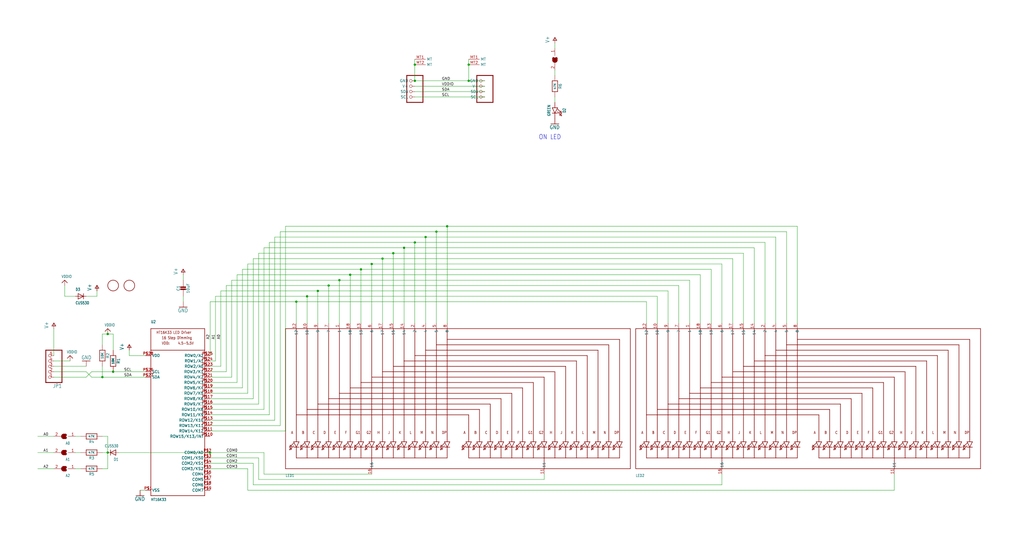
<source format=kicad_sch>
(kicad_sch (version 20230121) (generator eeschema)
  (paper "User" 482.803 257.835)
  (lib_symbols
    (symbol "working-eagle-import:CAP_CERAMIC0805-NOOUTLINE"
      (property "Reference" "C" (at -2.29 1.25 90))
      (symbol "CAP_CERAMIC0805-NOOUTLINE_1_0"
        (pin passive line (at 0 5.08 270) (length 2.54) (name "1") (number "1"))
        (pin passive line (at 0 -2.54 90) (length 2.54) (name "2") (number "2"))
      )
    )
    (symbol "working-eagle-import:DIODESOD-323F"
      (property "Reference" "D" (at -2.54 2.54 0))
      (symbol "DIODESOD-323F_1_0"
        (pin passive line (at -2.54 0 0) (length 2.54) (name "A") (number "A"))
        (pin passive line (at 2.54 0 180) (length 2.54) (name "C") (number "C"))
      )
    )
    (symbol "working-eagle-import:DISP_SEGMENT_STARBURST_DUAL_COMMONCATHODE"
      (property "Reference" "LED" (at -81.28 38.1 0))
      (symbol "DISP_SEGMENT_STARBURST_DUAL_COMMONCATHODE_1_0"
        (text "A" (at -78.74 17.78 0) (effects (font (size 1.27 1.0795)) (justify left bottom)))
        (text "A" (at 2.54 17.78 0) (effects (font (size 1.27 1.0795)) (justify left bottom)))
        (text "B" (at -73.66 17.78 0) (effects (font (size 1.27 1.0795)) (justify left bottom)))
        (text "B" (at 7.62 17.78 0) (effects (font (size 1.27 1.0795)) (justify left bottom)))
        (text "C" (at -68.58 17.78 0) (effects (font (size 1.27 1.0795)) (justify left bottom)))
        (text "C" (at 12.7 17.78 0) (effects (font (size 1.27 1.0795)) (justify left bottom)))
        (text "D" (at -63.5 17.78 0) (effects (font (size 1.27 1.0795)) (justify left bottom)))
        (text "D" (at 17.78 17.78 0) (effects (font (size 1.27 1.0795)) (justify left bottom)))
        (text "DP" (at -7.62 17.78 0) (effects (font (size 1.27 1.0795)) (justify left bottom)))
        (text "DP" (at 73.66 17.78 0) (effects (font (size 1.27 1.0795)) (justify left bottom)))
        (text "E" (at -58.42 17.78 0) (effects (font (size 1.27 1.0795)) (justify left bottom)))
        (text "E" (at 22.86 17.78 0) (effects (font (size 1.27 1.0795)) (justify left bottom)))
        (text "F" (at -53.34 17.78 0) (effects (font (size 1.27 1.0795)) (justify left bottom)))
        (text "F" (at 27.94 17.78 0) (effects (font (size 1.27 1.0795)) (justify left bottom)))
        (text "G1" (at -48.26 17.78 0) (effects (font (size 1.27 1.0795)) (justify left bottom)))
        (text "G1" (at 33.02 17.78 0) (effects (font (size 1.27 1.0795)) (justify left bottom)))
        (text "G2" (at -43.18 17.78 0) (effects (font (size 1.27 1.0795)) (justify left bottom)))
        (text "G2" (at 38.1 17.78 0) (effects (font (size 1.27 1.0795)) (justify left bottom)))
        (text "H" (at -38.1 17.78 0) (effects (font (size 1.27 1.0795)) (justify left bottom)))
        (text "H" (at 43.18 17.78 0) (effects (font (size 1.27 1.0795)) (justify left bottom)))
        (text "J" (at -33.02 17.78 0) (effects (font (size 1.27 1.0795)) (justify left bottom)))
        (text "J" (at 48.26 17.78 0) (effects (font (size 1.27 1.0795)) (justify left bottom)))
        (text "K" (at -27.94 17.78 0) (effects (font (size 1.27 1.0795)) (justify left bottom)))
        (text "K" (at 53.34 17.78 0) (effects (font (size 1.27 1.0795)) (justify left bottom)))
        (text "L" (at -22.86 17.78 0) (effects (font (size 1.27 1.0795)) (justify left bottom)))
        (text "L" (at 58.42 17.78 0) (effects (font (size 1.27 1.0795)) (justify left bottom)))
        (text "M" (at -17.78 17.78 0) (effects (font (size 1.27 1.0795)) (justify left bottom)))
        (text "M" (at 63.5 17.78 0) (effects (font (size 1.27 1.0795)) (justify left bottom)))
        (text "N" (at -12.7 17.78 0) (effects (font (size 1.27 1.0795)) (justify left bottom)))
        (text "N" (at 68.58 17.78 0) (effects (font (size 1.27 1.0795)) (justify left bottom)))
        (pin bidirectional line (at -55.88 -33.02 90) (length 2.54) (name "1") (number "1"))
        (pin bidirectional line (at -71.12 -33.02 90) (length 2.54) (name "10") (number "10"))
        (pin bidirectional line (at 40.64 38.1 270) (length 2.54) (name "11") (number "11"))
        (pin bidirectional line (at -76.2 -33.02 90) (length 2.54) (name "12") (number "12"))
        (pin bidirectional line (at -45.72 -33.02 90) (length 2.54) (name "13") (number "13"))
        (pin bidirectional line (at -25.4 -33.02 90) (length 2.54) (name "14") (number "14"))
        (pin bidirectional line (at -30.48 -33.02 90) (length 2.54) (name "15") (number "15"))
        (pin bidirectional line (at -40.64 38.1 270) (length 2.54) (name "16") (number "16"))
        (pin bidirectional line (at -35.56 -33.02 90) (length 2.54) (name "17") (number "17"))
        (pin bidirectional line (at -50.8 -33.02 90) (length 2.54) (name "18") (number "18"))
        (pin bidirectional line (at -20.32 -33.02 90) (length 2.54) (name "2") (number "2"))
        (pin bidirectional line (at -15.24 -33.02 90) (length 2.54) (name "4") (number "4"))
        (pin bidirectional line (at -10.16 -33.02 90) (length 2.54) (name "5") (number "5"))
        (pin bidirectional line (at -40.64 -33.02 90) (length 2.54) (name "6") (number "6"))
        (pin bidirectional line (at -60.96 -33.02 90) (length 2.54) (name "7") (number "7"))
        (pin bidirectional line (at -5.08 -33.02 90) (length 2.54) (name "8") (number "8"))
        (pin bidirectional line (at -66.04 -33.02 90) (length 2.54) (name "9") (number "9"))
      )
    )
    (symbol "working-eagle-import:FIDUCIAL")
    (symbol "working-eagle-import:GND" (power)
      (property "Value" "GND" (at -2.54 -2.54 0))
      (symbol "GND_1_0"
        (pin power_in line (at 0 2.54 270) (length 2.54) (name "GND") (number "1"))
      )
    )
    (symbol "working-eagle-import:HEADER-1X570MIL"
      (property "Reference" "JP" (at -6.35 8.255 0))
      (symbol "HEADER-1X570MIL_1_0"
        (pin passive inverted (at -2.54 5.08 0) (length 2.54) (name "1") (number "1"))
        (pin passive inverted (at -2.54 2.54 0) (length 2.54) (name "2") (number "2"))
        (pin passive inverted (at -2.54 0 0) (length 2.54) (name "3") (number "3"))
        (pin passive inverted (at -2.54 -2.54 0) (length 2.54) (name "4") (number "4"))
        (pin passive inverted (at -2.54 -5.08 0) (length 2.54) (name "5") (number "5"))
      )
    )
    (symbol "working-eagle-import:HT16K33_SOP28_SKINNY"
      (property "Reference" "U" (at -12.7 40.64 0))
      (symbol "HT16K33_SOP28_SKINNY_1_0"
        (text "16 Step Dimming" (at -7.62 33.02 0) (effects (font (size 1.27 1.0795)) (justify left bottom)))
        (text "4.5-5.5V" (at 0 30.48 0) (effects (font (size 1.27 1.0795)) (justify left bottom)))
        (text "HT16K33 LED Driver" (at -10.16 35.56 0) (effects (font (size 1.27 1.0795)) (justify left bottom)))
        (text "VDD:" (at -7.62 30.48 0) (effects (font (size 1.27 1.0795)) (justify left bottom)))
        (pin bidirectional line (at -15.24 -38.1 0) (length 2.54) (name "VSS") (number "P$1"))
        (pin bidirectional line (at 15.24 -12.7 180) (length 2.54) (name "ROW15/K13/INT") (number "P$10"))
        (pin bidirectional line (at 15.24 -10.16 180) (length 2.54) (name "ROW14/K12") (number "P$11"))
        (pin bidirectional line (at 15.24 -7.62 180) (length 2.54) (name "ROW13/K11") (number "P$12"))
        (pin bidirectional line (at 15.24 -5.08 180) (length 2.54) (name "ROW12/K10") (number "P$13"))
        (pin bidirectional line (at 15.24 -2.54 180) (length 2.54) (name "ROW11/K9") (number "P$14"))
        (pin bidirectional line (at 15.24 0 180) (length 2.54) (name "ROW10/K8") (number "P$15"))
        (pin bidirectional line (at 15.24 2.54 180) (length 2.54) (name "ROW9/K7") (number "P$16"))
        (pin bidirectional line (at 15.24 5.08 180) (length 2.54) (name "ROW8/K6") (number "P$17"))
        (pin bidirectional line (at 15.24 7.62 180) (length 2.54) (name "ROW7/K5") (number "P$18"))
        (pin bidirectional line (at 15.24 10.16 180) (length 2.54) (name "ROW6/K4") (number "P$19"))
        (pin bidirectional line (at 15.24 -20.32 180) (length 2.54) (name "COM0/AD") (number "P$2"))
        (pin bidirectional line (at 15.24 12.7 180) (length 2.54) (name "ROW5/K3") (number "P$20"))
        (pin bidirectional line (at 15.24 15.24 180) (length 2.54) (name "ROW4/K2") (number "P$21"))
        (pin bidirectional line (at 15.24 17.78 180) (length 2.54) (name "ROW3/K1") (number "P$22"))
        (pin bidirectional line (at 15.24 20.32 180) (length 2.54) (name "ROW2/A0") (number "P$23"))
        (pin bidirectional line (at 15.24 22.86 180) (length 2.54) (name "ROW1/A1") (number "P$24"))
        (pin bidirectional line (at 15.24 25.4 180) (length 2.54) (name "ROW0/A2") (number "P$25"))
        (pin bidirectional line (at -15.24 17.78 0) (length 2.54) (name "SCL") (number "P$26"))
        (pin bidirectional line (at -15.24 15.24 0) (length 2.54) (name "SDA") (number "P$27"))
        (pin bidirectional line (at -15.24 25.4 0) (length 2.54) (name "VDD") (number "P$28"))
        (pin bidirectional line (at 15.24 -22.86 180) (length 2.54) (name "COM1/KS0") (number "P$3"))
        (pin bidirectional line (at 15.24 -25.4 180) (length 2.54) (name "COM2/KS1") (number "P$4"))
        (pin bidirectional line (at 15.24 -27.94 180) (length 2.54) (name "COM3/KS2") (number "P$5"))
        (pin bidirectional line (at 15.24 -30.48 180) (length 2.54) (name "COM4") (number "P$6"))
        (pin bidirectional line (at 15.24 -33.02 180) (length 2.54) (name "COM5") (number "P$7"))
        (pin bidirectional line (at 15.24 -35.56 180) (length 2.54) (name "COM6") (number "P$8"))
        (pin bidirectional line (at 15.24 -38.1 180) (length 2.54) (name "COM7") (number "P$9"))
      )
    )
    (symbol "working-eagle-import:LED0603_NOOUTLINE"
      (property "Reference" "D" (at -1.27 4.445 0))
      (symbol "LED0603_NOOUTLINE_1_0"
        (pin passive line (at -5.08 0 0) (length 2.54) (name "A") (number "A"))
        (pin passive line (at 2.54 0 180) (length 2.54) (name "C") (number "C"))
      )
    )
    (symbol "working-eagle-import:RESISTOR_0603_NOOUT"
      (property "Reference" "R" (at 0 2.54 0))
      (symbol "RESISTOR_0603_NOOUT_1_0"
        (pin passive line (at -5.08 0 0) (length 2.54) (name "1") (number "1"))
        (pin passive line (at 5.08 0 180) (length 2.54) (name "2") (number "2"))
      )
    )
    (symbol "working-eagle-import:SOLDERJUMPERCLOSED"
      (property "Reference" "SJ" (at -2.54 2.54 0))
      (symbol "SOLDERJUMPERCLOSED_1_0"
        (pin passive line (at -5.08 0 0) (length 2.54) (name "1") (number "1"))
        (pin passive line (at 5.08 0 180) (length 2.54) (name "2") (number "2"))
      )
    )
    (symbol "working-eagle-import:SOLDERJUMPERREFLOW_NOPASTE"
      (property "Reference" "SJ" (at -2.54 2.54 0))
      (symbol "SOLDERJUMPERREFLOW_NOPASTE_1_0"
        (pin passive line (at -5.08 0 0) (length 2.54) (name "1") (number "1"))
        (pin passive line (at 5.08 0 180) (length 2.54) (name "2") (number "2"))
      )
    )
    (symbol "working-eagle-import:STEMMA_I2C_QTRA"
      (symbol "STEMMA_I2C_QTRA_1_0"
        (pin passive inverted (at 0 5.08 0) (length 2.54) (name "GND") (number "1"))
        (pin passive inverted (at 0 2.54 0) (length 2.54) (name "V+") (number "2"))
        (pin passive inverted (at 0 0 0) (length 2.54) (name "SDA") (number "3"))
        (pin passive inverted (at 0 -2.54 0) (length 2.54) (name "SCL") (number "4"))
      )
      (symbol "STEMMA_I2C_QTRA_2_0"
        (pin bidirectional line (at 0 0 0) (length 5.08) (name "MT") (number "MT1"))
      )
      (symbol "STEMMA_I2C_QTRA_3_0"
        (pin bidirectional line (at 0 0 0) (length 5.08) (name "MT") (number "MT2"))
      )
    )
    (symbol "working-eagle-import:V+" (power)
      (property "Value" "V+" (at -2.54 -2.54 90))
      (symbol "V+_1_0"
        (pin power_in line (at 0 -2.54 90) (length 2.54) (name "V+") (number "1"))
      )
    )
    (symbol "working-eagle-import:VDDIO" (power)
      (property "Value" "VDDIO" (at -1.524 1.016 0))
      (symbol "VDDIO_1_0"
        (pin power_in line (at 0 -2.54 90) (length 2.54) (name "VDDIO") (number "1"))
      )
    )
  )
  (junction (at 160.02 132.08))
  (junction (at 205.74 109.22))
  (junction (at 50.8 157.48))
  (junction (at 165.1 129.54))
  (junction (at 48.26 177.8))
  (junction (at 154.94 134.62))
  (junction (at 144.78 139.7))
  (junction (at 180.34 121.92))
  (junction (at 195.58 30.48))
  (junction (at 50.8 213.36))
  (junction (at 195.58 38.1))
  (junction (at 53.34 175.26))
  (junction (at 99.06 213.36))
  (junction (at 210.82 106.68))
  (junction (at 195.58 114.3))
  (junction (at 200.66 111.76))
  (junction (at 175.26 124.46))
  (junction (at 149.86 137.16))
  (junction (at 139.7 142.24))
  (junction (at 185.42 119.38))
  (junction (at 170.18 127))
  (junction (at 220.98 38.1))
  (junction (at 220.98 30.48))
  (junction (at 190.5 116.84))
  (wire (pts (xy 195.58 30.48) (xy 195.58 38.1)) (stroke (width 0.1524)))
  (wire (pts (xy 53.34 157.48) (xy 53.34 165.1)) (stroke (width 0.1524)))
  (wire (pts (xy 375.92 106.68) (xy 375.92 152.4)) (stroke (width 0.1524)))
  (wire (pts (xy 99.06 200.66) (xy 132.08 200.66)) (stroke (width 0.1524)))
  (wire (pts (xy 116.84 185.42) (xy 116.84 124.46)) (stroke (width 0.1524)))
  (wire (pts (xy 99.06 182.88) (xy 114.3 182.88)) (stroke (width 0.1524)))
  (wire (pts (xy 106.68 134.62) (xy 154.94 134.62)) (stroke (width 0.1524)))
  (wire (pts (xy 144.78 139.7) (xy 144.78 152.4)) (stroke (width 0.1524)))
  (wire (pts (xy 99.06 142.24) (xy 139.7 142.24)) (stroke (width 0.1524)))
  (wire (pts (xy 50.8 220.98) (xy 50.8 213.36)) (stroke (width 0.1524)))
  (wire (pts (xy 127 114.3) (xy 195.58 114.3)) (stroke (width 0.1524)))
  (wire (pts (xy 180.34 121.92) (xy 345.44 121.92)) (stroke (width 0.1524)))
  (wire (pts (xy 365.76 111.76) (xy 365.76 152.4)) (stroke (width 0.1524)))
  (wire (pts (xy 25.4 213.36) (xy 17.78 213.36)) (stroke (width 0.1524)))
  (wire (pts (xy 340.36 228.6) (xy 340.36 223.52)) (stroke (width 0.1524)))
  (wire (pts (xy 139.7 142.24) (xy 139.7 152.4)) (stroke (width 0.1524)))
  (wire (pts (xy 68.58 177.8) (xy 48.26 177.8)) (stroke (width 0.1524)))
  (wire (pts (xy 99.06 187.96) (xy 119.38 187.96)) (stroke (width 0.1524)))
  (wire (pts (xy 99.06 195.58) (xy 127 195.58)) (stroke (width 0.1524)))
  (wire (pts (xy 210.82 106.68) (xy 375.92 106.68)) (stroke (width 0.1524)))
  (wire (pts (xy 124.46 116.84) (xy 190.5 116.84)) (stroke (width 0.1524)))
  (wire (pts (xy 370.84 109.22) (xy 370.84 152.4)) (stroke (width 0.1524)))
  (wire (pts (xy 116.84 220.98) (xy 116.84 231.14)) (stroke (width 0.1524)))
  (wire (pts (xy 228.6 45.72) (xy 195.58 45.72)) (stroke (width 0.1524)))
  (wire (pts (xy 25.4 220.98) (xy 17.78 220.98)) (stroke (width 0.1524)))
  (wire (pts (xy 114.3 182.88) (xy 114.3 127)) (stroke (width 0.1524)))
  (wire (pts (xy 144.78 139.7) (xy 309.88 139.7)) (stroke (width 0.1524)))
  (wire (pts (xy 185.42 119.38) (xy 350.52 119.38)) (stroke (width 0.1524)))
  (wire (pts (xy 129.54 198.12) (xy 129.54 111.76)) (stroke (width 0.1524)))
  (wire (pts (xy 50.8 213.36) (xy 50.8 205.74)) (stroke (width 0.1524)))
  (wire (pts (xy 180.34 121.92) (xy 180.34 152.4)) (stroke (width 0.1524)))
  (wire (pts (xy 165.1 129.54) (xy 165.1 152.4)) (stroke (width 0.1524)))
  (wire (pts (xy 60.96 167.64) (xy 60.96 165.1)) (stroke (width 0.1524)))
  (wire (pts (xy 25.4 175.26) (xy 40.64 175.26)) (stroke (width 0.1524)))
  (wire (pts (xy 134.62 203.2) (xy 134.62 106.68)) (stroke (width 0.1524)))
  (wire (pts (xy 124.46 213.36) (xy 124.46 223.52)) (stroke (width 0.1524)))
  (wire (pts (xy 38.1 205.74) (xy 35.56 205.74)) (stroke (width 0.1524)))
  (wire (pts (xy 205.74 109.22) (xy 370.84 109.22)) (stroke (width 0.1524)))
  (wire (pts (xy 119.38 218.44) (xy 119.38 228.6)) (stroke (width 0.1524)))
  (wire (pts (xy 116.84 124.46) (xy 175.26 124.46)) (stroke (width 0.1524)))
  (wire (pts (xy 109.22 177.8) (xy 109.22 132.08)) (stroke (width 0.1524)))
  (wire (pts (xy 261.62 48.26) (xy 261.62 45.72)) (stroke (width 0.1524)))
  (wire (pts (xy 48.26 213.36) (xy 50.8 213.36)) (stroke (width 0.1524)))
  (wire (pts (xy 40.64 175.26) (xy 43.18 177.8)) (stroke (width 0.1524)))
  (wire (pts (xy 99.06 175.26) (xy 106.68 175.26)) (stroke (width 0.1524)))
  (wire (pts (xy 48.26 157.48) (xy 50.8 157.48)) (stroke (width 0.1524)))
  (wire (pts (xy 139.7 142.24) (xy 304.8 142.24)) (stroke (width 0.1524)))
  (wire (pts (xy 99.06 185.42) (xy 116.84 185.42)) (stroke (width 0.1524)))
  (wire (pts (xy 55.88 213.36) (xy 99.06 213.36)) (stroke (width 0.1524)))
  (wire (pts (xy 195.58 114.3) (xy 360.68 114.3)) (stroke (width 0.1524)))
  (wire (pts (xy 109.22 132.08) (xy 160.02 132.08)) (stroke (width 0.1524)))
  (wire (pts (xy 160.02 132.08) (xy 325.12 132.08)) (stroke (width 0.1524)))
  (wire (pts (xy 116.84 231.14) (xy 421.64 231.14)) (stroke (width 0.1524)))
  (wire (pts (xy 99.06 177.8) (xy 109.22 177.8)) (stroke (width 0.1524)))
  (wire (pts (xy 175.26 124.46) (xy 175.26 152.4)) (stroke (width 0.1524)))
  (wire (pts (xy 53.34 175.26) (xy 43.18 175.26)) (stroke (width 0.1524)))
  (wire (pts (xy 220.98 30.48) (xy 220.98 27.94)) (stroke (width 0.1524)))
  (wire (pts (xy 48.26 205.74) (xy 50.8 205.74)) (stroke (width 0.1524)))
  (wire (pts (xy 48.26 177.8) (xy 48.26 172.72)) (stroke (width 0.1524)))
  (wire (pts (xy 35.56 139.7) (xy 30.48 139.7)) (stroke (width 0.1524)))
  (wire (pts (xy 160.02 132.08) (xy 160.02 152.4)) (stroke (width 0.1524)))
  (wire (pts (xy 33.02 170.18) (xy 25.4 170.18)) (stroke (width 0.1524)))
  (wire (pts (xy 106.68 175.26) (xy 106.68 134.62)) (stroke (width 0.1524)))
  (wire (pts (xy 101.6 139.7) (xy 144.78 139.7)) (stroke (width 0.1524)))
  (wire (pts (xy 228.6 38.1) (xy 220.98 38.1)) (stroke (width 0.1524)))
  (wire (pts (xy 350.52 119.38) (xy 350.52 152.4)) (stroke (width 0.1524)))
  (wire (pts (xy 99.06 172.72) (xy 104.14 172.72)) (stroke (width 0.1524)))
  (wire (pts (xy 355.6 116.84) (xy 355.6 152.4)) (stroke (width 0.1524)))
  (wire (pts (xy 170.18 127) (xy 335.28 127)) (stroke (width 0.1524)))
  (wire (pts (xy 195.58 114.3) (xy 195.58 152.4)) (stroke (width 0.1524)))
  (wire (pts (xy 134.62 106.68) (xy 210.82 106.68)) (stroke (width 0.1524)))
  (wire (pts (xy 335.28 127) (xy 335.28 152.4)) (stroke (width 0.1524)))
  (wire (pts (xy 43.18 175.26) (xy 40.64 177.8)) (stroke (width 0.1524)))
  (wire (pts (xy 132.08 200.66) (xy 132.08 109.22)) (stroke (width 0.1524)))
  (wire (pts (xy 340.36 124.46) (xy 340.36 152.4)) (stroke (width 0.1524)))
  (wire (pts (xy 121.92 190.5) (xy 121.92 119.38)) (stroke (width 0.1524)))
  (wire (pts (xy 325.12 132.08) (xy 325.12 152.4)) (stroke (width 0.1524)))
  (wire (pts (xy 99.06 198.12) (xy 129.54 198.12)) (stroke (width 0.1524)))
  (wire (pts (xy 99.06 218.44) (xy 119.38 218.44)) (stroke (width 0.1524)))
  (wire (pts (xy 304.8 142.24) (xy 304.8 152.4)) (stroke (width 0.1524)))
  (wire (pts (xy 25.4 167.64) (xy 25.4 154.94)) (stroke (width 0.1524)))
  (wire (pts (xy 127 195.58) (xy 127 114.3)) (stroke (width 0.1524)))
  (wire (pts (xy 200.66 111.76) (xy 200.66 152.4)) (stroke (width 0.1524)))
  (wire (pts (xy 195.58 27.94) (xy 195.58 30.48)) (stroke (width 0.1524)))
  (wire (pts (xy 320.04 134.62) (xy 320.04 152.4)) (stroke (width 0.1524)))
  (wire (pts (xy 421.64 231.14) (xy 421.64 223.52)) (stroke (width 0.1524)))
  (wire (pts (xy 345.44 121.92) (xy 345.44 152.4)) (stroke (width 0.1524)))
  (wire (pts (xy 68.58 167.64) (xy 60.96 167.64)) (stroke (width 0.1524)))
  (wire (pts (xy 38.1 213.36) (xy 35.56 213.36)) (stroke (width 0.1524)))
  (wire (pts (xy 124.46 223.52) (xy 175.26 223.52)) (stroke (width 0.1524)))
  (wire (pts (xy 38.1 220.98) (xy 35.56 220.98)) (stroke (width 0.1524)))
  (wire (pts (xy 132.08 109.22) (xy 205.74 109.22)) (stroke (width 0.1524)))
  (wire (pts (xy 149.86 137.16) (xy 149.86 152.4)) (stroke (width 0.1524)))
  (wire (pts (xy 121.92 226.06) (xy 256.54 226.06)) (stroke (width 0.1524)))
  (wire (pts (xy 119.38 121.92) (xy 180.34 121.92)) (stroke (width 0.1524)))
  (wire (pts (xy 40.64 172.72) (xy 25.4 172.72)) (stroke (width 0.1524)))
  (wire (pts (xy 149.86 137.16) (xy 314.96 137.16)) (stroke (width 0.1524)))
  (wire (pts (xy 165.1 129.54) (xy 330.2 129.54)) (stroke (width 0.1524)))
  (wire (pts (xy 99.06 203.2) (xy 134.62 203.2)) (stroke (width 0.1524)))
  (wire (pts (xy 68.58 175.26) (xy 53.34 175.26)) (stroke (width 0.1524)))
  (wire (pts (xy 190.5 116.84) (xy 355.6 116.84)) (stroke (width 0.1524)))
  (wire (pts (xy 114.3 127) (xy 170.18 127)) (stroke (width 0.1524)))
  (wire (pts (xy 99.06 215.9) (xy 121.92 215.9)) (stroke (width 0.1524)))
  (wire (pts (xy 111.76 180.34) (xy 111.76 129.54)) (stroke (width 0.1524)))
  (wire (pts (xy 154.94 134.62) (xy 154.94 152.4)) (stroke (width 0.1524)))
  (wire (pts (xy 104.14 172.72) (xy 104.14 137.16)) (stroke (width 0.1524)))
  (wire (pts (xy 129.54 111.76) (xy 200.66 111.76)) (stroke (width 0.1524)))
  (wire (pts (xy 200.66 111.76) (xy 365.76 111.76)) (stroke (width 0.1524)))
  (wire (pts (xy 309.88 139.7) (xy 309.88 152.4)) (stroke (width 0.1524)))
  (wire (pts (xy 86.36 142.24) (xy 86.36 139.7)) (stroke (width 0.1524)))
  (wire (pts (xy 154.94 134.62) (xy 320.04 134.62)) (stroke (width 0.1524)))
  (wire (pts (xy 121.92 119.38) (xy 185.42 119.38)) (stroke (width 0.1524)))
  (wire (pts (xy 330.2 129.54) (xy 330.2 152.4)) (stroke (width 0.1524)))
  (wire (pts (xy 104.14 137.16) (xy 149.86 137.16)) (stroke (width 0.1524)))
  (wire (pts (xy 205.74 109.22) (xy 205.74 152.4)) (stroke (width 0.1524)))
  (wire (pts (xy 99.06 170.18) (xy 101.6 170.18)) (stroke (width 0.1524)))
  (wire (pts (xy 121.92 215.9) (xy 121.92 226.06)) (stroke (width 0.1524)))
  (wire (pts (xy 45.72 139.7) (xy 40.64 139.7)) (stroke (width 0.1524)))
  (wire (pts (xy 48.26 162.56) (xy 48.26 157.48)) (stroke (width 0.1524)))
  (wire (pts (xy 48.26 220.98) (xy 50.8 220.98)) (stroke (width 0.1524)))
  (wire (pts (xy 99.06 220.98) (xy 116.84 220.98)) (stroke (width 0.1524)))
  (wire (pts (xy 43.18 177.8) (xy 48.26 177.8)) (stroke (width 0.1524)))
  (wire (pts (xy 360.68 114.3) (xy 360.68 152.4)) (stroke (width 0.1524)))
  (wire (pts (xy 45.72 137.16) (xy 45.72 139.7)) (stroke (width 0.1524)))
  (wire (pts (xy 261.62 33.02) (xy 261.62 35.56)) (stroke (width 0.1524)))
  (wire (pts (xy 170.18 127) (xy 170.18 152.4)) (stroke (width 0.1524)))
  (wire (pts (xy 190.5 116.84) (xy 190.5 152.4)) (stroke (width 0.1524)))
  (wire (pts (xy 220.98 38.1) (xy 220.98 30.48)) (stroke (width 0.1524)))
  (wire (pts (xy 228.6 43.18) (xy 195.58 43.18)) (stroke (width 0.1524)))
  (wire (pts (xy 66.04 231.14) (xy 68.58 231.14)) (stroke (width 0.1524)))
  (wire (pts (xy 210.82 106.68) (xy 210.82 152.4)) (stroke (width 0.1524)))
  (wire (pts (xy 261.62 20.32) (xy 261.62 22.86)) (stroke (width 0.1524)))
  (wire (pts (xy 99.06 193.04) (xy 124.46 193.04)) (stroke (width 0.1524)))
  (wire (pts (xy 99.06 180.34) (xy 111.76 180.34)) (stroke (width 0.1524)))
  (wire (pts (xy 175.26 124.46) (xy 340.36 124.46)) (stroke (width 0.1524)))
  (wire (pts (xy 40.64 177.8) (xy 25.4 177.8)) (stroke (width 0.1524)))
  (wire (pts (xy 119.38 228.6) (xy 340.36 228.6)) (stroke (width 0.1524)))
  (wire (pts (xy 220.98 38.1) (xy 195.58 38.1)) (stroke (width 0.1524)))
  (wire (pts (xy 228.6 40.64) (xy 195.58 40.64)) (stroke (width 0.1524)))
  (wire (pts (xy 124.46 193.04) (xy 124.46 116.84)) (stroke (width 0.1524)))
  (wire (pts (xy 86.36 129.54) (xy 86.36 132.08)) (stroke (width 0.1524)))
  (wire (pts (xy 111.76 129.54) (xy 165.1 129.54)) (stroke (width 0.1524)))
  (wire (pts (xy 99.06 190.5) (xy 121.92 190.5)) (stroke (width 0.1524)))
  (wire (pts (xy 314.96 137.16) (xy 314.96 152.4)) (stroke (width 0.1524)))
  (wire (pts (xy 30.48 139.7) (xy 30.48 134.62)) (stroke (width 0.1524)))
  (wire (pts (xy 185.42 119.38) (xy 185.42 152.4)) (stroke (width 0.1524)))
  (wire (pts (xy 99.06 213.36) (xy 124.46 213.36)) (stroke (width 0.1524)))
  (wire (pts (xy 50.8 157.48) (xy 53.34 157.48)) (stroke (width 0.1524)))
  (wire (pts (xy 101.6 170.18) (xy 101.6 139.7)) (stroke (width 0.1524)))
  (wire (pts (xy 256.54 226.06) (xy 256.54 223.52)) (stroke (width 0.1524)))
  (wire (pts (xy 99.06 167.64) (xy 99.06 142.24)) (stroke (width 0.1524)))
  (wire (pts (xy 17.78 205.74) (xy 25.4 205.74)) (stroke (width 0.1524)))
  (wire (pts (xy 119.38 187.96) (xy 119.38 121.92)) (stroke (width 0.1524)))
  (text "ON LED" (at 254 66.04 0) (effects (font (size 2.1844 1.8567)) (justify left bottom)))
  (label "COM2" (at 106.68 218.44 0) (effects (font (size 1.2446 1.2446))))
  (label "SDA" (at 58.42 177.8 0) (effects (font (size 1.2446 1.2446))))
  (label "SDA" (at 208.28 43.18 0) (effects (font (size 1.2446 1.2446))))
  (label "A0" (at 104.14 160.02 90) (effects (font (size 1.2446 1.2446))))
  (label "A0" (at 22.86 205.74 180) (effects (font (size 1.2446 1.2446))))
  (label "A1" (at 22.86 213.36 180) (effects (font (size 1.2446 1.2446))))
  (label "SCL" (at 58.42 175.26 0) (effects (font (size 1.2446 1.2446))))
  (label "COM3" (at 106.68 220.98 0) (effects (font (size 1.2446 1.2446))))
  (label "A2" (at 22.86 220.98 180) (effects (font (size 1.2446 1.2446))))
  (label "COM0" (at 106.68 213.36 0) (effects (font (size 1.2446 1.2446))))
  (label "VDDIO" (at 208.28 40.64 0) (effects (font (size 1.2446 1.2446))))
  (label "COM1" (at 106.68 215.9 0) (effects (font (size 1.2446 1.2446))))
  (label "A2" (at 99.06 160.02 90) (effects (font (size 1.2446 1.2446))))
  (label "A1" (at 101.6 160.02 90) (effects (font (size 1.2446 1.2446))))
  (label "SCL" (at 208.28 45.72 0) (effects (font (size 1.2446 1.2446))))
  (label "GND" (at 208.28 38.1 0) (effects (font (size 1.2446 1.2446))))
  (symbol (lib_id "working-eagle-import:FIDUCIAL") (at 53.34 134.62 0) (unit 1)
    (property "Reference" "U$1" (effects hide))
    (property "Value" "FIDUCIAL" (effects hide))
    (property "Footprint" "working:FIDUCIAL_1MM" (effects hide))
  )
  (symbol (lib_id "working-eagle-import:SOLDERJUMPERCLOSED") (at 261.62 27.94 270) (unit 1)
    (property "Reference" "LEDJMP0" (effects hide))
    (property "Value" "SOLDERJUMPERCLOSED" (effects hide))
    (property "Footprint" "working:SOLDERJUMPER_CLOSEDWIRE" (effects hide))
  )
  (symbol (lib_id "working-eagle-import:SOLDERJUMPERREFLOW_NOPASTE") (at 30.48 205.74 180) (unit 1)
    (property "Reference" "A0" (at 33.02 208.28 0) (effects (font (size 1.27 1.0795)) (justify left bottom)))
    (property "Value" "SOLDERJUMPERREFLOW_NOPASTE" (effects hide))
    (property "Footprint" "working:SOLDERJUMPER_REFLOW_NOPASTE" (effects hide))
  )
  (symbol (lib_id "working-eagle-import:CAP_CERAMIC0805-NOOUTLINE") (at 86.36 137.16 0) (unit 1)
    (property "Reference" "C1" (at 84.07 135.91 90))
    (property "Value" "10uF" (at 88.66 135.91 90))
    (property "Footprint" "working:0805-NO" (effects hide))
  )
  (symbol (lib_id "working-eagle-import:STEMMA_I2C_QTRA") (at 220.98 30.48 0) (unit 3)
    (property "Reference" "CONN2" (effects hide))
    (property "Value" "STEMMA_I2C_QTRA" (effects hide))
    (property "Footprint" "working:JST_SH4_RA" (effects hide))
  )
  (symbol (lib_id "working-eagle-import:DISP_SEGMENT_STARBURST_DUAL_COMMONCATHODE") (at 381 185.42 0) (mirror x) (unit 1)
    (property "Reference" "LED2" (at 299.72 223.52 0) (effects (font (size 1.27 1.0795)) (justify left bottom)))
    (property "Value" "DISP_SEGMENT_STARBURST_DUAL_COMMONCATHODE" (effects hide))
    (property "Footprint" "working:SEGMENT_STARTBUST_DUAL_KWA-541CBB" (effects hide))
  )
  (symbol (lib_id "working-eagle-import:LED0603_NOOUTLINE") (at 261.62 53.34 270) (unit 1)
    (property "Reference" "D2" (at 266.065 52.07 0) (effects (font (size 1.27 1.0795))))
    (property "Value" "GREEN" (at 258.826 52.07 0) (effects (font (size 1.27 1.0795))))
    (property "Footprint" "working:CHIPLED_0603_NOOUTLINE" (effects hide))
  )
  (symbol (lib_id "working-eagle-import:RESISTOR_0603_NOOUT") (at 53.34 170.18 270) (unit 1)
    (property "Reference" "R1" (at 55.88 170.18 0))
    (property "Value" "10K" (at 53.34 170.18 0) (effects (font (size 1.016 1.016) bold)))
    (property "Footprint" "working:0603-NO" (effects hide))
  )
  (symbol (lib_id "working-eagle-import:V+") (at 60.96 162.56 0) (unit 1)
    (property "Reference" "#P+4" (effects hide))
    (property "Value" "V+" (at 58.42 165.1 90) (effects (font (size 1.778 1.5113)) (justify left bottom)))
  )
  (symbol (lib_id "working-eagle-import:HT16K33_SOP28_SKINNY") (at 83.82 193.04 0) (unit 1)
    (property "Reference" "U2" (at 71.12 152.4 0) (effects (font (size 1.27 1.0795)) (justify left bottom)))
    (property "Value" "HT16K33" (at 71.12 236.22 0) (effects (font (size 1.27 1.0795)) (justify left bottom)))
    (property "Footprint" "working:SOP28_300MIL_SKINNY" (effects hide))
  )
  (symbol (lib_id "working-eagle-import:STEMMA_I2C_QTRA") (at 195.58 43.18 0) (mirror y) (unit 1)
    (property "Reference" "CONN1" (effects hide))
    (property "Value" "STEMMA_I2C_QTRA" (effects hide))
    (property "Footprint" "working:JST_SH4_RA" (effects hide))
  )
  (symbol (lib_id "working-eagle-import:VDDIO") (at 30.48 132.08 0) (unit 1)
    (property "Reference" "#U$4" (effects hide))
    (property "Value" "VDDIO" (at 28.956 131.064 0) (effects (font (size 1.27 1.0795)) (justify left bottom)))
  )
  (symbol (lib_id "working-eagle-import:GND") (at 86.36 144.78 0) (unit 1)
    (property "Reference" "#GND3" (effects hide))
    (property "Value" "GND" (at 83.82 147.32 0) (effects (font (size 1.778 1.5113)) (justify left bottom)))
  )
  (symbol (lib_id "working-eagle-import:GND") (at 261.62 58.42 0) (unit 1)
    (property "Reference" "#GND6" (effects hide))
    (property "Value" "GND" (at 259.08 60.96 0) (effects (font (size 1.778 1.5113)) (justify left bottom)))
  )
  (symbol (lib_id "working-eagle-import:V+") (at 45.72 134.62 0) (unit 1)
    (property "Reference" "#P+2" (effects hide))
    (property "Value" "V+" (at 43.18 137.16 90) (effects (font (size 1.778 1.5113)) (justify left bottom)))
  )
  (symbol (lib_id "working-eagle-import:STEMMA_I2C_QTRA") (at 220.98 27.94 0) (unit 2)
    (property "Reference" "CONN2" (effects hide))
    (property "Value" "STEMMA_I2C_QTRA" (effects hide))
    (property "Footprint" "working:JST_SH4_RA" (effects hide))
  )
  (symbol (lib_id "working-eagle-import:V+") (at 25.4 152.4 0) (unit 1)
    (property "Reference" "#P+3" (effects hide))
    (property "Value" "V+" (at 22.86 154.94 90) (effects (font (size 1.778 1.5113)) (justify left bottom)))
  )
  (symbol (lib_id "working-eagle-import:VDDIO") (at 33.02 167.64 0) (unit 1)
    (property "Reference" "#U$9" (effects hide))
    (property "Value" "VDDIO" (at 31.496 166.624 0) (effects (font (size 1.27 1.0795)) (justify left bottom)))
  )
  (symbol (lib_id "working-eagle-import:DIODESOD-323F") (at 53.34 213.36 180) (unit 1)
    (property "Reference" "D1" (at 55.88 215.9 0) (effects (font (size 1.27 1.0795)) (justify left bottom)))
    (property "Value" "CUS530" (at 55.88 209.55 0) (effects (font (size 1.27 1.0795)) (justify left bottom)))
    (property "Footprint" "working:SOD-323F" (effects hide))
  )
  (symbol (lib_id "working-eagle-import:GND") (at 40.64 170.18 180) (unit 1)
    (property "Reference" "#GND2" (effects hide))
    (property "Value" "GND" (at 43.18 167.64 0) (effects (font (size 1.778 1.5113)) (justify left bottom)))
  )
  (symbol (lib_id "working-eagle-import:DISP_SEGMENT_STARBURST_DUAL_COMMONCATHODE") (at 215.9 185.42 0) (mirror x) (unit 1)
    (property "Reference" "LED1" (at 134.62 223.52 0) (effects (font (size 1.27 1.0795)) (justify left bottom)))
    (property "Value" "DISP_SEGMENT_STARBURST_DUAL_COMMONCATHODE" (effects hide))
    (property "Footprint" "working:SEGMENT_STARTBUST_DUAL_KWA-541CBB" (effects hide))
  )
  (symbol (lib_id "working-eagle-import:RESISTOR_0603_NOOUT") (at 261.62 40.64 270) (unit 1)
    (property "Reference" "R6" (at 264.16 40.64 0))
    (property "Value" "47K" (at 261.62 40.64 0) (effects (font (size 1.016 1.016) bold)))
    (property "Footprint" "working:0603-NO" (effects hide))
  )
  (symbol (lib_id "working-eagle-import:STEMMA_I2C_QTRA") (at 228.6 43.18 0) (mirror y) (unit 1)
    (property "Reference" "CONN2" (effects hide))
    (property "Value" "STEMMA_I2C_QTRA" (effects hide))
    (property "Footprint" "working:JST_SH4_RA" (effects hide))
  )
  (symbol (lib_id "working-eagle-import:HEADER-1X570MIL") (at 22.86 172.72 180) (unit 1)
    (property "Reference" "JP1" (at 29.21 180.975 0) (effects (font (size 1.778 1.5113)) (justify left bottom)))
    (property "Value" "HEADER-1X570MIL" (effects hide))
    (property "Footprint" "working:1X05_ROUND_70" (effects hide))
  )
  (symbol (lib_id "working-eagle-import:FIDUCIAL") (at 60.96 134.62 0) (unit 1)
    (property "Reference" "U$2" (effects hide))
    (property "Value" "FIDUCIAL" (effects hide))
    (property "Footprint" "working:FIDUCIAL_1MM" (effects hide))
  )
  (symbol (lib_id "working-eagle-import:DIODESOD-323F") (at 38.1 139.7 0) (unit 1)
    (property "Reference" "D3" (at 35.56 137.16 0) (effects (font (size 1.27 1.0795)) (justify left bottom)))
    (property "Value" "CUS530" (at 35.56 143.51 0) (effects (font (size 1.27 1.0795)) (justify left bottom)))
    (property "Footprint" "working:SOD-323F" (effects hide))
  )
  (symbol (lib_id "working-eagle-import:RESISTOR_0603_NOOUT") (at 43.18 220.98 180) (unit 1)
    (property "Reference" "R5" (at 43.18 223.52 0))
    (property "Value" "47K" (at 43.18 220.98 0) (effects (font (size 1.016 1.016) bold)))
    (property "Footprint" "working:0603-NO" (effects hide))
  )
  (symbol (lib_id "working-eagle-import:RESISTOR_0603_NOOUT") (at 48.26 167.64 270) (unit 1)
    (property "Reference" "R2" (at 50.8 167.64 0))
    (property "Value" "10K" (at 48.26 167.64 0) (effects (font (size 1.016 1.016) bold)))
    (property "Footprint" "working:0603-NO" (effects hide))
  )
  (symbol (lib_id "working-eagle-import:STEMMA_I2C_QTRA") (at 195.58 27.94 0) (unit 2)
    (property "Reference" "CONN1" (effects hide))
    (property "Value" "STEMMA_I2C_QTRA" (effects hide))
    (property "Footprint" "working:JST_SH4_RA" (effects hide))
  )
  (symbol (lib_id "working-eagle-import:SOLDERJUMPERREFLOW_NOPASTE") (at 30.48 220.98 180) (unit 1)
    (property "Reference" "A2" (at 33.02 223.52 0) (effects (font (size 1.27 1.0795)) (justify left bottom)))
    (property "Value" "SOLDERJUMPERREFLOW_NOPASTE" (effects hide))
    (property "Footprint" "working:SOLDERJUMPER_REFLOW_NOPASTE" (effects hide))
  )
  (symbol (lib_id "working-eagle-import:V+") (at 261.62 17.78 0) (unit 1)
    (property "Reference" "#P+5" (effects hide))
    (property "Value" "V+" (at 259.08 20.32 90) (effects (font (size 1.778 1.5113)) (justify left bottom)))
  )
  (symbol (lib_id "working-eagle-import:SOLDERJUMPERREFLOW_NOPASTE") (at 30.48 213.36 180) (unit 1)
    (property "Reference" "A1" (at 33.02 215.9 0) (effects (font (size 1.27 1.0795)) (justify left bottom)))
    (property "Value" "SOLDERJUMPERREFLOW_NOPASTE" (effects hide))
    (property "Footprint" "working:SOLDERJUMPER_REFLOW_NOPASTE" (effects hide))
  )
  (symbol (lib_id "working-eagle-import:GND") (at 66.04 233.68 0) (unit 1)
    (property "Reference" "#GND5" (effects hide))
    (property "Value" "GND" (at 63.5 236.22 0) (effects (font (size 1.778 1.5113)) (justify left bottom)))
  )
  (symbol (lib_id "working-eagle-import:VDDIO") (at 50.8 154.94 0) (unit 1)
    (property "Reference" "#U$5" (effects hide))
    (property "Value" "VDDIO" (at 49.276 153.924 0) (effects (font (size 1.27 1.0795)) (justify left bottom)))
  )
  (symbol (lib_id "working-eagle-import:V+") (at 86.36 127 0) (unit 1)
    (property "Reference" "#P+1" (effects hide))
    (property "Value" "V+" (at 83.82 129.54 90) (effects (font (size 1.778 1.5113)) (justify left bottom)))
  )
  (symbol (lib_id "working-eagle-import:RESISTOR_0603_NOOUT") (at 43.18 213.36 180) (unit 1)
    (property "Reference" "R3" (at 43.18 215.9 0))
    (property "Value" "47K" (at 43.18 213.36 0) (effects (font (size 1.016 1.016) bold)))
    (property "Footprint" "working:0603-NO" (effects hide))
  )
  (symbol (lib_id "working-eagle-import:RESISTOR_0603_NOOUT") (at 43.18 205.74 180) (unit 1)
    (property "Reference" "R4" (at 43.18 208.28 0))
    (property "Value" "47K" (at 43.18 205.74 0) (effects (font (size 1.016 1.016) bold)))
    (property "Footprint" "working:0603-NO" (effects hide))
  )
  (symbol (lib_id "working-eagle-import:STEMMA_I2C_QTRA") (at 195.58 30.48 0) (unit 3)
    (property "Reference" "CONN1" (effects hide))
    (property "Value" "STEMMA_I2C_QTRA" (effects hide))
    (property "Footprint" "working:JST_SH4_RA" (effects hide))
  )
)
</source>
